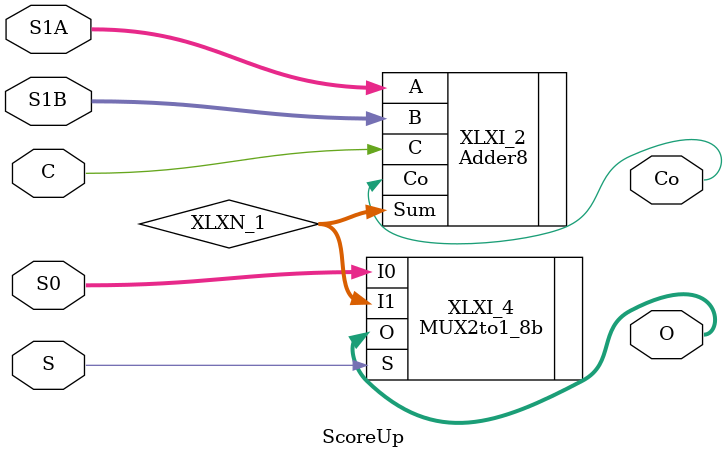
<source format=v>
`timescale 1ns / 1ps

module ScoreUp(C, 
               S, 
               S0, 
               S1A, 
               S1B, 
               Co, 
               O);

    input C;
    input S;
    input [7:0] S0;
    input [7:0] S1A;
    input [7:0] S1B;
   output Co;
   output [7:0] O;
   
   wire [7:0] XLXN_1;
   
   Adder8  XLXI_2 (.A(S1A[7:0]), 
                  .B(S1B[7:0]), 
                  .C(C), 
                  .Co(Co), 
                  .Sum(XLXN_1[7:0]));
   MUX2to1_8b  XLXI_4 (.I0(S0[7:0]), 
                      .I1(XLXN_1[7:0]), 
                      .S(S), 
                      .O(O[7:0]));
endmodule
</source>
